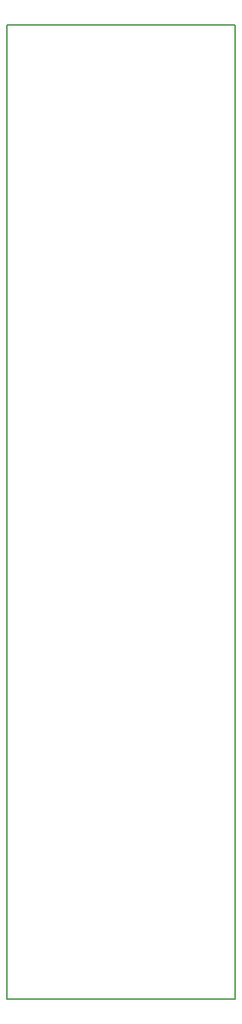
<source format=gko>
G04 Layer_Color=16711935*
%FSLAX25Y25*%
%MOIN*%
G70*
G01*
G75*
%ADD17C,0.00787*%
D17*
X3937Y3937D02*
X114173D01*
Y472441D01*
X3937D02*
X114173D01*
X3937Y3937D02*
Y472441D01*
M02*

</source>
